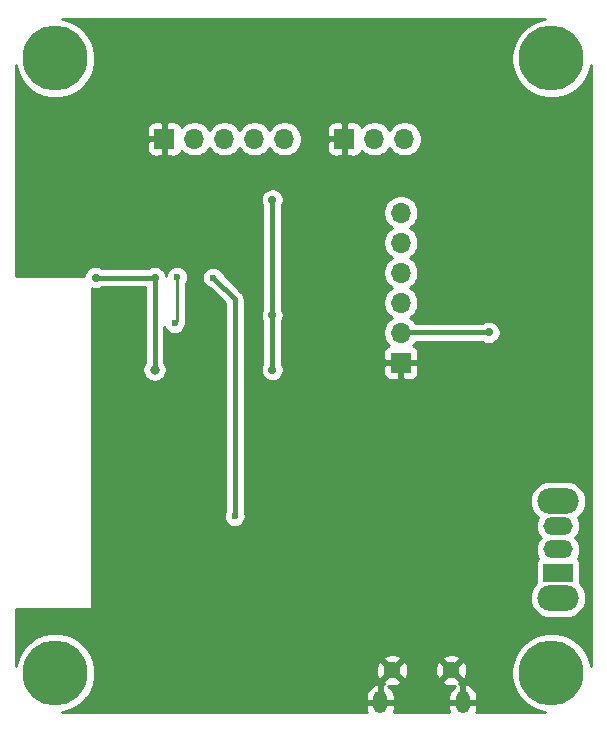
<source format=gbr>
%TF.GenerationSoftware,KiCad,Pcbnew,(5.1.10-1-10_14)*%
%TF.CreationDate,2021-06-24T14:46:10+02:00*%
%TF.ProjectId,RespiratorIF,52657370-6972-4617-946f-7249462e6b69,0.7*%
%TF.SameCoordinates,Original*%
%TF.FileFunction,Copper,L2,Bot*%
%TF.FilePolarity,Positive*%
%FSLAX46Y46*%
G04 Gerber Fmt 4.6, Leading zero omitted, Abs format (unit mm)*
G04 Created by KiCad (PCBNEW (5.1.10-1-10_14)) date 2021-06-24 14:46:10*
%MOMM*%
%LPD*%
G01*
G04 APERTURE LIST*
%TA.AperFunction,ComponentPad*%
%ADD10C,5.500000*%
%TD*%
%TA.AperFunction,ComponentPad*%
%ADD11C,1.450000*%
%TD*%
%TA.AperFunction,ComponentPad*%
%ADD12O,1.200000X1.900000*%
%TD*%
%TA.AperFunction,ComponentPad*%
%ADD13R,1.700000X1.700000*%
%TD*%
%TA.AperFunction,ComponentPad*%
%ADD14O,1.700000X1.700000*%
%TD*%
%TA.AperFunction,ComponentPad*%
%ADD15R,2.500000X1.500000*%
%TD*%
%TA.AperFunction,ComponentPad*%
%ADD16O,2.500000X1.500000*%
%TD*%
%TA.AperFunction,ComponentPad*%
%ADD17O,3.500000X2.200000*%
%TD*%
%TA.AperFunction,ViaPad*%
%ADD18C,0.700000*%
%TD*%
%TA.AperFunction,ViaPad*%
%ADD19C,0.600000*%
%TD*%
%TA.AperFunction,ViaPad*%
%ADD20C,0.800000*%
%TD*%
%TA.AperFunction,Conductor*%
%ADD21C,0.400000*%
%TD*%
%TA.AperFunction,Conductor*%
%ADD22C,0.250000*%
%TD*%
%TA.AperFunction,Conductor*%
%ADD23C,0.254000*%
%TD*%
%TA.AperFunction,Conductor*%
%ADD24C,0.100000*%
%TD*%
G04 APERTURE END LIST*
D10*
%TO.P,H1,1*%
%TO.N,N/C*%
X128050000Y-118150000D03*
%TD*%
%TO.P,H2,1*%
%TO.N,N/C*%
X170050000Y-118150000D03*
%TD*%
%TO.P,H3,1*%
%TO.N,N/C*%
X170050000Y-66150000D03*
%TD*%
%TO.P,H4,1*%
%TO.N,N/C*%
X128050000Y-66150000D03*
%TD*%
D11*
%TO.P,J1,6*%
%TO.N,GND*%
X156550000Y-117950000D03*
X161550000Y-117950000D03*
D12*
X155550000Y-120650000D03*
X162550000Y-120650000D03*
%TD*%
D13*
%TO.P,J2,1*%
%TO.N,GND*%
X152523400Y-72964400D03*
D14*
%TO.P,J2,2*%
%TO.N,+5V*%
X155063400Y-72964400D03*
%TO.P,J2,3*%
%TO.N,/Servo*%
X157603400Y-72964400D03*
%TD*%
D13*
%TO.P,J3,1*%
%TO.N,GND*%
X137283400Y-72964400D03*
D14*
%TO.P,J3,2*%
%TO.N,+5V*%
X139823400Y-72964400D03*
%TO.P,J3,3*%
%TO.N,/I2C_Clock_high*%
X142363400Y-72964400D03*
%TO.P,J3,4*%
%TO.N,/I2C_Data_high*%
X144903400Y-72964400D03*
%TO.P,J3,5*%
%TO.N,/Sensor_Heater_GND*%
X147443400Y-72964400D03*
%TD*%
D13*
%TO.P,J4,1*%
%TO.N,GND*%
X157300000Y-91906000D03*
D14*
%TO.P,J4,2*%
%TO.N,+3V3*%
X157300000Y-89366000D03*
%TO.P,J4,3*%
%TO.N,/TX*%
X157300000Y-86826000D03*
%TO.P,J4,4*%
%TO.N,/RX*%
X157300000Y-84286000D03*
%TO.P,J4,5*%
%TO.N,/DTR*%
X157300000Y-81746000D03*
%TO.P,J4,6*%
%TO.N,/RTS*%
X157300000Y-79206000D03*
%TD*%
D15*
%TO.P,SW1,1*%
%TO.N,N/C*%
X170598800Y-109722800D03*
D16*
%TO.P,SW1,2*%
%TO.N,Net-(J1-Pad1)*%
X170598800Y-107722800D03*
%TO.P,SW1,3*%
%TO.N,+5V*%
X170598800Y-105722800D03*
D17*
%TO.P,SW1,*%
%TO.N,*%
X170598800Y-111822800D03*
X170598800Y-103622800D03*
%TD*%
D18*
%TO.N,GND*%
X138223200Y-100604200D03*
X140382200Y-100604200D03*
X140382200Y-98572200D03*
X138223200Y-98572200D03*
X139213800Y-99588200D03*
X139264600Y-101671000D03*
X139239200Y-97657800D03*
X141322000Y-99613600D03*
X137308800Y-99588200D03*
X137334200Y-101645600D03*
X141322000Y-101671000D03*
X141322000Y-97683200D03*
X137283400Y-97657800D03*
X131800000Y-104747400D03*
X147394200Y-104365000D03*
X131822400Y-92501600D03*
X134485500Y-110742700D03*
D19*
X143400000Y-84759400D03*
X144014400Y-77845800D03*
D18*
X170650000Y-81131400D03*
D19*
X170659000Y-96133800D03*
X160022400Y-100026000D03*
D18*
X149961900Y-112817700D03*
D19*
X137766000Y-119374800D03*
X139936800Y-119259600D03*
X146605200Y-119374800D03*
X170649920Y-88192680D03*
X170664600Y-73192000D03*
D18*
X167026800Y-103703000D03*
%TO.N,+3V3*%
X146400000Y-78123200D03*
X131450000Y-84695200D03*
X136450000Y-84699000D03*
X146402000Y-92501600D03*
D20*
X136445200Y-92501600D03*
D18*
X146400000Y-87876800D03*
X164750000Y-89342800D03*
D19*
%TO.N,/I2C_Data_low*%
X138150000Y-88567600D03*
X138350000Y-84653200D03*
%TO.N,/Sensor_Heater*%
X141400000Y-84702000D03*
X143230000Y-104899800D03*
%TD*%
D21*
%TO.N,+3V3*%
X136446200Y-84695200D02*
X136450000Y-84699000D01*
X131450000Y-84695200D02*
X136446200Y-84695200D01*
X136445200Y-84703800D02*
X136450000Y-84699000D01*
X136445200Y-92196800D02*
X136445200Y-84703800D01*
X146400000Y-78123200D02*
X146400000Y-87876800D01*
X157323200Y-89342800D02*
X157300000Y-89366000D01*
X164750000Y-89342800D02*
X157323200Y-89342800D01*
X146402000Y-87878800D02*
X146400000Y-87876800D01*
X146402000Y-92501600D02*
X146402000Y-87878800D01*
D22*
%TO.N,/I2C_Data_low*%
X138350000Y-88367600D02*
X138150000Y-88567600D01*
X138350000Y-84653200D02*
X138350000Y-88367600D01*
D21*
%TO.N,/Sensor_Heater*%
X143230000Y-86532000D02*
X143230000Y-104899800D01*
X141400000Y-84702000D02*
X143230000Y-86532000D01*
%TD*%
D23*
%TO.N,GND*%
X169062632Y-62895083D02*
X168446601Y-63150252D01*
X167892188Y-63520698D01*
X167420698Y-63992188D01*
X167050252Y-64546601D01*
X166795083Y-65162632D01*
X166665000Y-65816607D01*
X166665000Y-66483393D01*
X166795083Y-67137368D01*
X167050252Y-67753399D01*
X167420698Y-68307812D01*
X167892188Y-68779302D01*
X168446601Y-69149748D01*
X169062632Y-69404917D01*
X169716607Y-69535000D01*
X170383393Y-69535000D01*
X171037368Y-69404917D01*
X171653399Y-69149748D01*
X172207812Y-68779302D01*
X172679302Y-68307812D01*
X173049748Y-67753399D01*
X173304917Y-67137368D01*
X173390001Y-66709620D01*
X173390000Y-117590375D01*
X173304917Y-117162632D01*
X173049748Y-116546601D01*
X172679302Y-115992188D01*
X172207812Y-115520698D01*
X171653399Y-115150252D01*
X171037368Y-114895083D01*
X170383393Y-114765000D01*
X169716607Y-114765000D01*
X169062632Y-114895083D01*
X168446601Y-115150252D01*
X167892188Y-115520698D01*
X167420698Y-115992188D01*
X167050252Y-116546601D01*
X166795083Y-117162632D01*
X166665000Y-117816607D01*
X166665000Y-118483393D01*
X166795083Y-119137368D01*
X167050252Y-119753399D01*
X167420698Y-120307812D01*
X167892188Y-120779302D01*
X168446601Y-121149748D01*
X169062632Y-121404917D01*
X169490375Y-121490000D01*
X163684293Y-121490000D01*
X163736493Y-121365496D01*
X163785000Y-121127000D01*
X163785000Y-120777000D01*
X162677000Y-120777000D01*
X162677000Y-120797000D01*
X162423000Y-120797000D01*
X162423000Y-120777000D01*
X161315000Y-120777000D01*
X161315000Y-121127000D01*
X161363507Y-121365496D01*
X161415707Y-121490000D01*
X156684293Y-121490000D01*
X156736493Y-121365496D01*
X156785000Y-121127000D01*
X156785000Y-120777000D01*
X155677000Y-120777000D01*
X155677000Y-120797000D01*
X155423000Y-120797000D01*
X155423000Y-120777000D01*
X154315000Y-120777000D01*
X154315000Y-121127000D01*
X154363507Y-121365496D01*
X154415707Y-121490000D01*
X128609625Y-121490000D01*
X129037368Y-121404917D01*
X129653399Y-121149748D01*
X130207812Y-120779302D01*
X130679302Y-120307812D01*
X130769380Y-120173000D01*
X154315000Y-120173000D01*
X154315000Y-120523000D01*
X155423000Y-120523000D01*
X155423000Y-119231269D01*
X155677000Y-119231269D01*
X155677000Y-120523000D01*
X156785000Y-120523000D01*
X156785000Y-120173000D01*
X156736493Y-119934504D01*
X156642390Y-119710054D01*
X156506307Y-119508275D01*
X156333474Y-119336922D01*
X156238164Y-119273829D01*
X156355849Y-119302719D01*
X156623482Y-119314604D01*
X156888291Y-119274048D01*
X157140100Y-119182609D01*
X157247035Y-119125450D01*
X157309528Y-118889133D01*
X160790472Y-118889133D01*
X160852965Y-119125450D01*
X161095678Y-119238850D01*
X161355849Y-119302719D01*
X161623482Y-119314604D01*
X161853442Y-119279385D01*
X161766526Y-119336922D01*
X161593693Y-119508275D01*
X161457610Y-119710054D01*
X161363507Y-119934504D01*
X161315000Y-120173000D01*
X161315000Y-120523000D01*
X162423000Y-120523000D01*
X162423000Y-119231269D01*
X162677000Y-119231269D01*
X162677000Y-120523000D01*
X163785000Y-120523000D01*
X163785000Y-120173000D01*
X163736493Y-119934504D01*
X163642390Y-119710054D01*
X163506307Y-119508275D01*
X163333474Y-119336922D01*
X163130533Y-119202579D01*
X162905282Y-119110409D01*
X162867609Y-119106538D01*
X162677000Y-119231269D01*
X162423000Y-119231269D01*
X162249138Y-119117497D01*
X162309528Y-118889133D01*
X161550000Y-118129605D01*
X160790472Y-118889133D01*
X157309528Y-118889133D01*
X156550000Y-118129605D01*
X155790472Y-118889133D01*
X155850862Y-119117497D01*
X155677000Y-119231269D01*
X155423000Y-119231269D01*
X155232391Y-119106538D01*
X155194718Y-119110409D01*
X154969467Y-119202579D01*
X154766526Y-119336922D01*
X154593693Y-119508275D01*
X154457610Y-119710054D01*
X154363507Y-119934504D01*
X154315000Y-120173000D01*
X130769380Y-120173000D01*
X131049748Y-119753399D01*
X131304917Y-119137368D01*
X131435000Y-118483393D01*
X131435000Y-118023482D01*
X155185396Y-118023482D01*
X155225952Y-118288291D01*
X155317391Y-118540100D01*
X155374550Y-118647035D01*
X155610867Y-118709528D01*
X156370395Y-117950000D01*
X156729605Y-117950000D01*
X157489133Y-118709528D01*
X157725450Y-118647035D01*
X157838850Y-118404322D01*
X157902719Y-118144151D01*
X157908077Y-118023482D01*
X160185396Y-118023482D01*
X160225952Y-118288291D01*
X160317391Y-118540100D01*
X160374550Y-118647035D01*
X160610867Y-118709528D01*
X161370395Y-117950000D01*
X161729605Y-117950000D01*
X162489133Y-118709528D01*
X162725450Y-118647035D01*
X162838850Y-118404322D01*
X162902719Y-118144151D01*
X162914604Y-117876518D01*
X162874048Y-117611709D01*
X162782609Y-117359900D01*
X162725450Y-117252965D01*
X162489133Y-117190472D01*
X161729605Y-117950000D01*
X161370395Y-117950000D01*
X160610867Y-117190472D01*
X160374550Y-117252965D01*
X160261150Y-117495678D01*
X160197281Y-117755849D01*
X160185396Y-118023482D01*
X157908077Y-118023482D01*
X157914604Y-117876518D01*
X157874048Y-117611709D01*
X157782609Y-117359900D01*
X157725450Y-117252965D01*
X157489133Y-117190472D01*
X156729605Y-117950000D01*
X156370395Y-117950000D01*
X155610867Y-117190472D01*
X155374550Y-117252965D01*
X155261150Y-117495678D01*
X155197281Y-117755849D01*
X155185396Y-118023482D01*
X131435000Y-118023482D01*
X131435000Y-117816607D01*
X131304917Y-117162632D01*
X131242054Y-117010867D01*
X155790472Y-117010867D01*
X156550000Y-117770395D01*
X157309528Y-117010867D01*
X160790472Y-117010867D01*
X161550000Y-117770395D01*
X162309528Y-117010867D01*
X162247035Y-116774550D01*
X162004322Y-116661150D01*
X161744151Y-116597281D01*
X161476518Y-116585396D01*
X161211709Y-116625952D01*
X160959900Y-116717391D01*
X160852965Y-116774550D01*
X160790472Y-117010867D01*
X157309528Y-117010867D01*
X157247035Y-116774550D01*
X157004322Y-116661150D01*
X156744151Y-116597281D01*
X156476518Y-116585396D01*
X156211709Y-116625952D01*
X155959900Y-116717391D01*
X155852965Y-116774550D01*
X155790472Y-117010867D01*
X131242054Y-117010867D01*
X131049748Y-116546601D01*
X130679302Y-115992188D01*
X130207812Y-115520698D01*
X129653399Y-115150252D01*
X129037368Y-114895083D01*
X128383393Y-114765000D01*
X127716607Y-114765000D01*
X127062632Y-114895083D01*
X126446601Y-115150252D01*
X125892188Y-115520698D01*
X125420698Y-115992188D01*
X125050252Y-116546601D01*
X124795083Y-117162632D01*
X124710000Y-117590375D01*
X124710000Y-112782536D01*
X131009325Y-112796200D01*
X131034489Y-112793737D01*
X131058307Y-112786489D01*
X131080253Y-112774733D01*
X131099484Y-112758921D01*
X131115261Y-112739662D01*
X131126977Y-112717694D01*
X131134182Y-112693864D01*
X131136600Y-112669085D01*
X131112078Y-85621385D01*
X131162686Y-85642347D01*
X131352986Y-85680200D01*
X131547014Y-85680200D01*
X131737314Y-85642347D01*
X131916572Y-85568096D01*
X131973287Y-85530200D01*
X135610201Y-85530200D01*
X135610200Y-91888315D01*
X135527995Y-92011344D01*
X135449974Y-92199702D01*
X135410200Y-92399661D01*
X135410200Y-92603539D01*
X135449974Y-92803498D01*
X135527995Y-92991856D01*
X135641263Y-93161374D01*
X135785426Y-93305537D01*
X135954944Y-93418805D01*
X136143302Y-93496826D01*
X136343261Y-93536600D01*
X136547139Y-93536600D01*
X136747098Y-93496826D01*
X136935456Y-93418805D01*
X137104974Y-93305537D01*
X137249137Y-93161374D01*
X137362405Y-92991856D01*
X137440426Y-92803498D01*
X137480200Y-92603539D01*
X137480200Y-92399661D01*
X137440426Y-92199702D01*
X137362405Y-92011344D01*
X137280200Y-91888315D01*
X137280200Y-88910989D01*
X137321414Y-89010489D01*
X137423738Y-89163628D01*
X137553972Y-89293862D01*
X137707111Y-89396186D01*
X137877271Y-89466668D01*
X138057911Y-89502600D01*
X138242089Y-89502600D01*
X138422729Y-89466668D01*
X138592889Y-89396186D01*
X138746028Y-89293862D01*
X138876262Y-89163628D01*
X138978586Y-89010489D01*
X139049068Y-88840329D01*
X139085000Y-88659689D01*
X139085000Y-88562749D01*
X139099003Y-88516586D01*
X139110000Y-88404933D01*
X139110000Y-88404925D01*
X139113676Y-88367600D01*
X139110000Y-88330275D01*
X139110000Y-85198735D01*
X139178586Y-85096089D01*
X139249068Y-84925929D01*
X139285000Y-84745289D01*
X139285000Y-84609911D01*
X140465000Y-84609911D01*
X140465000Y-84794089D01*
X140500932Y-84974729D01*
X140571414Y-85144889D01*
X140673738Y-85298028D01*
X140803972Y-85428262D01*
X140957111Y-85530586D01*
X141111787Y-85594654D01*
X142395000Y-86877869D01*
X142395001Y-104472394D01*
X142330932Y-104627071D01*
X142295000Y-104807711D01*
X142295000Y-104991889D01*
X142330932Y-105172529D01*
X142401414Y-105342689D01*
X142503738Y-105495828D01*
X142633972Y-105626062D01*
X142787111Y-105728386D01*
X142957271Y-105798868D01*
X143137911Y-105834800D01*
X143322089Y-105834800D01*
X143502729Y-105798868D01*
X143672889Y-105728386D01*
X143826028Y-105626062D01*
X143956262Y-105495828D01*
X144058586Y-105342689D01*
X144129068Y-105172529D01*
X144165000Y-104991889D01*
X144165000Y-104807711D01*
X144129068Y-104627071D01*
X144065000Y-104472396D01*
X144065000Y-103622800D01*
X168205406Y-103622800D01*
X168238905Y-103962919D01*
X168338114Y-104289968D01*
X168499221Y-104591378D01*
X168716034Y-104855566D01*
X168907794Y-105012939D01*
X168813036Y-105190219D01*
X168733840Y-105451293D01*
X168707099Y-105722800D01*
X168733840Y-105994307D01*
X168813036Y-106255381D01*
X168941643Y-106495988D01*
X169114719Y-106706881D01*
X169134116Y-106722800D01*
X169114719Y-106738719D01*
X168941643Y-106949612D01*
X168813036Y-107190219D01*
X168733840Y-107451293D01*
X168707099Y-107722800D01*
X168733840Y-107994307D01*
X168813036Y-108255381D01*
X168937740Y-108488686D01*
X168897615Y-108521615D01*
X168818263Y-108618306D01*
X168759298Y-108728620D01*
X168722988Y-108848318D01*
X168710728Y-108972800D01*
X168710728Y-110472800D01*
X168721808Y-110585296D01*
X168716034Y-110590034D01*
X168499221Y-110854222D01*
X168338114Y-111155632D01*
X168238905Y-111482681D01*
X168205406Y-111822800D01*
X168238905Y-112162919D01*
X168338114Y-112489968D01*
X168499221Y-112791378D01*
X168716034Y-113055566D01*
X168980222Y-113272379D01*
X169281632Y-113433486D01*
X169608681Y-113532695D01*
X169863575Y-113557800D01*
X171334025Y-113557800D01*
X171588919Y-113532695D01*
X171915968Y-113433486D01*
X172217378Y-113272379D01*
X172481566Y-113055566D01*
X172698379Y-112791378D01*
X172859486Y-112489968D01*
X172958695Y-112162919D01*
X172992194Y-111822800D01*
X172958695Y-111482681D01*
X172859486Y-111155632D01*
X172698379Y-110854222D01*
X172481566Y-110590034D01*
X172475792Y-110585296D01*
X172486872Y-110472800D01*
X172486872Y-108972800D01*
X172474612Y-108848318D01*
X172438302Y-108728620D01*
X172379337Y-108618306D01*
X172299985Y-108521615D01*
X172259860Y-108488686D01*
X172384564Y-108255381D01*
X172463760Y-107994307D01*
X172490501Y-107722800D01*
X172463760Y-107451293D01*
X172384564Y-107190219D01*
X172255957Y-106949612D01*
X172082881Y-106738719D01*
X172063484Y-106722800D01*
X172082881Y-106706881D01*
X172255957Y-106495988D01*
X172384564Y-106255381D01*
X172463760Y-105994307D01*
X172490501Y-105722800D01*
X172463760Y-105451293D01*
X172384564Y-105190219D01*
X172289806Y-105012939D01*
X172481566Y-104855566D01*
X172698379Y-104591378D01*
X172859486Y-104289968D01*
X172958695Y-103962919D01*
X172992194Y-103622800D01*
X172958695Y-103282681D01*
X172859486Y-102955632D01*
X172698379Y-102654222D01*
X172481566Y-102390034D01*
X172217378Y-102173221D01*
X171915968Y-102012114D01*
X171588919Y-101912905D01*
X171334025Y-101887800D01*
X169863575Y-101887800D01*
X169608681Y-101912905D01*
X169281632Y-102012114D01*
X168980222Y-102173221D01*
X168716034Y-102390034D01*
X168499221Y-102654222D01*
X168338114Y-102955632D01*
X168238905Y-103282681D01*
X168205406Y-103622800D01*
X144065000Y-103622800D01*
X144065000Y-86573018D01*
X144069040Y-86532000D01*
X144052918Y-86368311D01*
X144005172Y-86210913D01*
X143927636Y-86065854D01*
X143849439Y-85970570D01*
X143849437Y-85970568D01*
X143823291Y-85938709D01*
X143791433Y-85912564D01*
X142292654Y-84413787D01*
X142228586Y-84259111D01*
X142126262Y-84105972D01*
X141996028Y-83975738D01*
X141842889Y-83873414D01*
X141672729Y-83802932D01*
X141492089Y-83767000D01*
X141307911Y-83767000D01*
X141127271Y-83802932D01*
X140957111Y-83873414D01*
X140803972Y-83975738D01*
X140673738Y-84105972D01*
X140571414Y-84259111D01*
X140500932Y-84429271D01*
X140465000Y-84609911D01*
X139285000Y-84609911D01*
X139285000Y-84561111D01*
X139249068Y-84380471D01*
X139178586Y-84210311D01*
X139076262Y-84057172D01*
X138946028Y-83926938D01*
X138792889Y-83824614D01*
X138622729Y-83754132D01*
X138442089Y-83718200D01*
X138257911Y-83718200D01*
X138077271Y-83754132D01*
X137907111Y-83824614D01*
X137753972Y-83926938D01*
X137623738Y-84057172D01*
X137521414Y-84210311D01*
X137450932Y-84380471D01*
X137420935Y-84531275D01*
X137397147Y-84411686D01*
X137322896Y-84232428D01*
X137215099Y-84071099D01*
X137077901Y-83933901D01*
X136916572Y-83826104D01*
X136737314Y-83751853D01*
X136547014Y-83714000D01*
X136352986Y-83714000D01*
X136162686Y-83751853D01*
X135983428Y-83826104D01*
X135932400Y-83860200D01*
X131973287Y-83860200D01*
X131916572Y-83822304D01*
X131737314Y-83748053D01*
X131547014Y-83710200D01*
X131352986Y-83710200D01*
X131162686Y-83748053D01*
X130983428Y-83822304D01*
X130822099Y-83930101D01*
X130684901Y-84067299D01*
X130577104Y-84228628D01*
X130502853Y-84407886D01*
X130479359Y-84526000D01*
X124710000Y-84526000D01*
X124710000Y-78026186D01*
X145415000Y-78026186D01*
X145415000Y-78220214D01*
X145452853Y-78410514D01*
X145527104Y-78589772D01*
X145565000Y-78646487D01*
X145565001Y-87353511D01*
X145527104Y-87410228D01*
X145452853Y-87589486D01*
X145415000Y-87779786D01*
X145415000Y-87973814D01*
X145452853Y-88164114D01*
X145527104Y-88343372D01*
X145567001Y-88403082D01*
X145567000Y-91978313D01*
X145529104Y-92035028D01*
X145454853Y-92214286D01*
X145417000Y-92404586D01*
X145417000Y-92598614D01*
X145454853Y-92788914D01*
X145529104Y-92968172D01*
X145636901Y-93129501D01*
X145774099Y-93266699D01*
X145935428Y-93374496D01*
X146114686Y-93448747D01*
X146304986Y-93486600D01*
X146499014Y-93486600D01*
X146689314Y-93448747D01*
X146868572Y-93374496D01*
X147029901Y-93266699D01*
X147167099Y-93129501D01*
X147274896Y-92968172D01*
X147349147Y-92788914D01*
X147355693Y-92756000D01*
X155811928Y-92756000D01*
X155824188Y-92880482D01*
X155860498Y-93000180D01*
X155919463Y-93110494D01*
X155998815Y-93207185D01*
X156095506Y-93286537D01*
X156205820Y-93345502D01*
X156325518Y-93381812D01*
X156450000Y-93394072D01*
X157014250Y-93391000D01*
X157173000Y-93232250D01*
X157173000Y-92033000D01*
X157427000Y-92033000D01*
X157427000Y-93232250D01*
X157585750Y-93391000D01*
X158150000Y-93394072D01*
X158274482Y-93381812D01*
X158394180Y-93345502D01*
X158504494Y-93286537D01*
X158601185Y-93207185D01*
X158680537Y-93110494D01*
X158739502Y-93000180D01*
X158775812Y-92880482D01*
X158788072Y-92756000D01*
X158785000Y-92191750D01*
X158626250Y-92033000D01*
X157427000Y-92033000D01*
X157173000Y-92033000D01*
X155973750Y-92033000D01*
X155815000Y-92191750D01*
X155811928Y-92756000D01*
X147355693Y-92756000D01*
X147387000Y-92598614D01*
X147387000Y-92404586D01*
X147349147Y-92214286D01*
X147274896Y-92035028D01*
X147237000Y-91978313D01*
X147237000Y-91056000D01*
X155811928Y-91056000D01*
X155815000Y-91620250D01*
X155973750Y-91779000D01*
X157173000Y-91779000D01*
X157173000Y-91759000D01*
X157427000Y-91759000D01*
X157427000Y-91779000D01*
X158626250Y-91779000D01*
X158785000Y-91620250D01*
X158788072Y-91056000D01*
X158775812Y-90931518D01*
X158739502Y-90811820D01*
X158680537Y-90701506D01*
X158601185Y-90604815D01*
X158504494Y-90525463D01*
X158394180Y-90466498D01*
X158321620Y-90444487D01*
X158453475Y-90312632D01*
X158543567Y-90177800D01*
X164226713Y-90177800D01*
X164283428Y-90215696D01*
X164462686Y-90289947D01*
X164652986Y-90327800D01*
X164847014Y-90327800D01*
X165037314Y-90289947D01*
X165216572Y-90215696D01*
X165377901Y-90107899D01*
X165515099Y-89970701D01*
X165622896Y-89809372D01*
X165697147Y-89630114D01*
X165735000Y-89439814D01*
X165735000Y-89245786D01*
X165697147Y-89055486D01*
X165622896Y-88876228D01*
X165515099Y-88714899D01*
X165377901Y-88577701D01*
X165216572Y-88469904D01*
X165037314Y-88395653D01*
X164847014Y-88357800D01*
X164652986Y-88357800D01*
X164462686Y-88395653D01*
X164283428Y-88469904D01*
X164226713Y-88507800D01*
X158512563Y-88507800D01*
X158453475Y-88419368D01*
X158246632Y-88212525D01*
X158072240Y-88096000D01*
X158246632Y-87979475D01*
X158453475Y-87772632D01*
X158615990Y-87529411D01*
X158727932Y-87259158D01*
X158785000Y-86972260D01*
X158785000Y-86679740D01*
X158727932Y-86392842D01*
X158615990Y-86122589D01*
X158453475Y-85879368D01*
X158246632Y-85672525D01*
X158072240Y-85556000D01*
X158246632Y-85439475D01*
X158453475Y-85232632D01*
X158615990Y-84989411D01*
X158727932Y-84719158D01*
X158785000Y-84432260D01*
X158785000Y-84139740D01*
X158727932Y-83852842D01*
X158615990Y-83582589D01*
X158453475Y-83339368D01*
X158246632Y-83132525D01*
X158072240Y-83016000D01*
X158246632Y-82899475D01*
X158453475Y-82692632D01*
X158615990Y-82449411D01*
X158727932Y-82179158D01*
X158785000Y-81892260D01*
X158785000Y-81599740D01*
X158727932Y-81312842D01*
X158615990Y-81042589D01*
X158453475Y-80799368D01*
X158246632Y-80592525D01*
X158072240Y-80476000D01*
X158246632Y-80359475D01*
X158453475Y-80152632D01*
X158615990Y-79909411D01*
X158727932Y-79639158D01*
X158785000Y-79352260D01*
X158785000Y-79059740D01*
X158727932Y-78772842D01*
X158615990Y-78502589D01*
X158453475Y-78259368D01*
X158246632Y-78052525D01*
X158003411Y-77890010D01*
X157733158Y-77778068D01*
X157446260Y-77721000D01*
X157153740Y-77721000D01*
X156866842Y-77778068D01*
X156596589Y-77890010D01*
X156353368Y-78052525D01*
X156146525Y-78259368D01*
X155984010Y-78502589D01*
X155872068Y-78772842D01*
X155815000Y-79059740D01*
X155815000Y-79352260D01*
X155872068Y-79639158D01*
X155984010Y-79909411D01*
X156146525Y-80152632D01*
X156353368Y-80359475D01*
X156527760Y-80476000D01*
X156353368Y-80592525D01*
X156146525Y-80799368D01*
X155984010Y-81042589D01*
X155872068Y-81312842D01*
X155815000Y-81599740D01*
X155815000Y-81892260D01*
X155872068Y-82179158D01*
X155984010Y-82449411D01*
X156146525Y-82692632D01*
X156353368Y-82899475D01*
X156527760Y-83016000D01*
X156353368Y-83132525D01*
X156146525Y-83339368D01*
X155984010Y-83582589D01*
X155872068Y-83852842D01*
X155815000Y-84139740D01*
X155815000Y-84432260D01*
X155872068Y-84719158D01*
X155984010Y-84989411D01*
X156146525Y-85232632D01*
X156353368Y-85439475D01*
X156527760Y-85556000D01*
X156353368Y-85672525D01*
X156146525Y-85879368D01*
X155984010Y-86122589D01*
X155872068Y-86392842D01*
X155815000Y-86679740D01*
X155815000Y-86972260D01*
X155872068Y-87259158D01*
X155984010Y-87529411D01*
X156146525Y-87772632D01*
X156353368Y-87979475D01*
X156527760Y-88096000D01*
X156353368Y-88212525D01*
X156146525Y-88419368D01*
X155984010Y-88662589D01*
X155872068Y-88932842D01*
X155815000Y-89219740D01*
X155815000Y-89512260D01*
X155872068Y-89799158D01*
X155984010Y-90069411D01*
X156146525Y-90312632D01*
X156278380Y-90444487D01*
X156205820Y-90466498D01*
X156095506Y-90525463D01*
X155998815Y-90604815D01*
X155919463Y-90701506D01*
X155860498Y-90811820D01*
X155824188Y-90931518D01*
X155811928Y-91056000D01*
X147237000Y-91056000D01*
X147237000Y-88397094D01*
X147272896Y-88343372D01*
X147347147Y-88164114D01*
X147385000Y-87973814D01*
X147385000Y-87779786D01*
X147347147Y-87589486D01*
X147272896Y-87410228D01*
X147235000Y-87353513D01*
X147235000Y-78646487D01*
X147272896Y-78589772D01*
X147347147Y-78410514D01*
X147385000Y-78220214D01*
X147385000Y-78026186D01*
X147347147Y-77835886D01*
X147272896Y-77656628D01*
X147165099Y-77495299D01*
X147027901Y-77358101D01*
X146866572Y-77250304D01*
X146687314Y-77176053D01*
X146497014Y-77138200D01*
X146302986Y-77138200D01*
X146112686Y-77176053D01*
X145933428Y-77250304D01*
X145772099Y-77358101D01*
X145634901Y-77495299D01*
X145527104Y-77656628D01*
X145452853Y-77835886D01*
X145415000Y-78026186D01*
X124710000Y-78026186D01*
X124710000Y-73814400D01*
X135795328Y-73814400D01*
X135807588Y-73938882D01*
X135843898Y-74058580D01*
X135902863Y-74168894D01*
X135982215Y-74265585D01*
X136078906Y-74344937D01*
X136189220Y-74403902D01*
X136308918Y-74440212D01*
X136433400Y-74452472D01*
X136997650Y-74449400D01*
X137156400Y-74290650D01*
X137156400Y-73091400D01*
X135957150Y-73091400D01*
X135798400Y-73250150D01*
X135795328Y-73814400D01*
X124710000Y-73814400D01*
X124710000Y-72114400D01*
X135795328Y-72114400D01*
X135798400Y-72678650D01*
X135957150Y-72837400D01*
X137156400Y-72837400D01*
X137156400Y-71638150D01*
X137410400Y-71638150D01*
X137410400Y-72837400D01*
X137430400Y-72837400D01*
X137430400Y-73091400D01*
X137410400Y-73091400D01*
X137410400Y-74290650D01*
X137569150Y-74449400D01*
X138133400Y-74452472D01*
X138257882Y-74440212D01*
X138377580Y-74403902D01*
X138487894Y-74344937D01*
X138584585Y-74265585D01*
X138663937Y-74168894D01*
X138722902Y-74058580D01*
X138744913Y-73986020D01*
X138876768Y-74117875D01*
X139119989Y-74280390D01*
X139390242Y-74392332D01*
X139677140Y-74449400D01*
X139969660Y-74449400D01*
X140256558Y-74392332D01*
X140526811Y-74280390D01*
X140770032Y-74117875D01*
X140976875Y-73911032D01*
X141093400Y-73736640D01*
X141209925Y-73911032D01*
X141416768Y-74117875D01*
X141659989Y-74280390D01*
X141930242Y-74392332D01*
X142217140Y-74449400D01*
X142509660Y-74449400D01*
X142796558Y-74392332D01*
X143066811Y-74280390D01*
X143310032Y-74117875D01*
X143516875Y-73911032D01*
X143633400Y-73736640D01*
X143749925Y-73911032D01*
X143956768Y-74117875D01*
X144199989Y-74280390D01*
X144470242Y-74392332D01*
X144757140Y-74449400D01*
X145049660Y-74449400D01*
X145336558Y-74392332D01*
X145606811Y-74280390D01*
X145850032Y-74117875D01*
X146056875Y-73911032D01*
X146173400Y-73736640D01*
X146289925Y-73911032D01*
X146496768Y-74117875D01*
X146739989Y-74280390D01*
X147010242Y-74392332D01*
X147297140Y-74449400D01*
X147589660Y-74449400D01*
X147876558Y-74392332D01*
X148146811Y-74280390D01*
X148390032Y-74117875D01*
X148596875Y-73911032D01*
X148661442Y-73814400D01*
X151035328Y-73814400D01*
X151047588Y-73938882D01*
X151083898Y-74058580D01*
X151142863Y-74168894D01*
X151222215Y-74265585D01*
X151318906Y-74344937D01*
X151429220Y-74403902D01*
X151548918Y-74440212D01*
X151673400Y-74452472D01*
X152237650Y-74449400D01*
X152396400Y-74290650D01*
X152396400Y-73091400D01*
X151197150Y-73091400D01*
X151038400Y-73250150D01*
X151035328Y-73814400D01*
X148661442Y-73814400D01*
X148759390Y-73667811D01*
X148871332Y-73397558D01*
X148928400Y-73110660D01*
X148928400Y-72818140D01*
X148871332Y-72531242D01*
X148759390Y-72260989D01*
X148661443Y-72114400D01*
X151035328Y-72114400D01*
X151038400Y-72678650D01*
X151197150Y-72837400D01*
X152396400Y-72837400D01*
X152396400Y-71638150D01*
X152650400Y-71638150D01*
X152650400Y-72837400D01*
X152670400Y-72837400D01*
X152670400Y-73091400D01*
X152650400Y-73091400D01*
X152650400Y-74290650D01*
X152809150Y-74449400D01*
X153373400Y-74452472D01*
X153497882Y-74440212D01*
X153617580Y-74403902D01*
X153727894Y-74344937D01*
X153824585Y-74265585D01*
X153903937Y-74168894D01*
X153962902Y-74058580D01*
X153984913Y-73986020D01*
X154116768Y-74117875D01*
X154359989Y-74280390D01*
X154630242Y-74392332D01*
X154917140Y-74449400D01*
X155209660Y-74449400D01*
X155496558Y-74392332D01*
X155766811Y-74280390D01*
X156010032Y-74117875D01*
X156216875Y-73911032D01*
X156333400Y-73736640D01*
X156449925Y-73911032D01*
X156656768Y-74117875D01*
X156899989Y-74280390D01*
X157170242Y-74392332D01*
X157457140Y-74449400D01*
X157749660Y-74449400D01*
X158036558Y-74392332D01*
X158306811Y-74280390D01*
X158550032Y-74117875D01*
X158756875Y-73911032D01*
X158919390Y-73667811D01*
X159031332Y-73397558D01*
X159088400Y-73110660D01*
X159088400Y-72818140D01*
X159031332Y-72531242D01*
X158919390Y-72260989D01*
X158756875Y-72017768D01*
X158550032Y-71810925D01*
X158306811Y-71648410D01*
X158036558Y-71536468D01*
X157749660Y-71479400D01*
X157457140Y-71479400D01*
X157170242Y-71536468D01*
X156899989Y-71648410D01*
X156656768Y-71810925D01*
X156449925Y-72017768D01*
X156333400Y-72192160D01*
X156216875Y-72017768D01*
X156010032Y-71810925D01*
X155766811Y-71648410D01*
X155496558Y-71536468D01*
X155209660Y-71479400D01*
X154917140Y-71479400D01*
X154630242Y-71536468D01*
X154359989Y-71648410D01*
X154116768Y-71810925D01*
X153984913Y-71942780D01*
X153962902Y-71870220D01*
X153903937Y-71759906D01*
X153824585Y-71663215D01*
X153727894Y-71583863D01*
X153617580Y-71524898D01*
X153497882Y-71488588D01*
X153373400Y-71476328D01*
X152809150Y-71479400D01*
X152650400Y-71638150D01*
X152396400Y-71638150D01*
X152237650Y-71479400D01*
X151673400Y-71476328D01*
X151548918Y-71488588D01*
X151429220Y-71524898D01*
X151318906Y-71583863D01*
X151222215Y-71663215D01*
X151142863Y-71759906D01*
X151083898Y-71870220D01*
X151047588Y-71989918D01*
X151035328Y-72114400D01*
X148661443Y-72114400D01*
X148596875Y-72017768D01*
X148390032Y-71810925D01*
X148146811Y-71648410D01*
X147876558Y-71536468D01*
X147589660Y-71479400D01*
X147297140Y-71479400D01*
X147010242Y-71536468D01*
X146739989Y-71648410D01*
X146496768Y-71810925D01*
X146289925Y-72017768D01*
X146173400Y-72192160D01*
X146056875Y-72017768D01*
X145850032Y-71810925D01*
X145606811Y-71648410D01*
X145336558Y-71536468D01*
X145049660Y-71479400D01*
X144757140Y-71479400D01*
X144470242Y-71536468D01*
X144199989Y-71648410D01*
X143956768Y-71810925D01*
X143749925Y-72017768D01*
X143633400Y-72192160D01*
X143516875Y-72017768D01*
X143310032Y-71810925D01*
X143066811Y-71648410D01*
X142796558Y-71536468D01*
X142509660Y-71479400D01*
X142217140Y-71479400D01*
X141930242Y-71536468D01*
X141659989Y-71648410D01*
X141416768Y-71810925D01*
X141209925Y-72017768D01*
X141093400Y-72192160D01*
X140976875Y-72017768D01*
X140770032Y-71810925D01*
X140526811Y-71648410D01*
X140256558Y-71536468D01*
X139969660Y-71479400D01*
X139677140Y-71479400D01*
X139390242Y-71536468D01*
X139119989Y-71648410D01*
X138876768Y-71810925D01*
X138744913Y-71942780D01*
X138722902Y-71870220D01*
X138663937Y-71759906D01*
X138584585Y-71663215D01*
X138487894Y-71583863D01*
X138377580Y-71524898D01*
X138257882Y-71488588D01*
X138133400Y-71476328D01*
X137569150Y-71479400D01*
X137410400Y-71638150D01*
X137156400Y-71638150D01*
X136997650Y-71479400D01*
X136433400Y-71476328D01*
X136308918Y-71488588D01*
X136189220Y-71524898D01*
X136078906Y-71583863D01*
X135982215Y-71663215D01*
X135902863Y-71759906D01*
X135843898Y-71870220D01*
X135807588Y-71989918D01*
X135795328Y-72114400D01*
X124710000Y-72114400D01*
X124710000Y-66709625D01*
X124795083Y-67137368D01*
X125050252Y-67753399D01*
X125420698Y-68307812D01*
X125892188Y-68779302D01*
X126446601Y-69149748D01*
X127062632Y-69404917D01*
X127716607Y-69535000D01*
X128383393Y-69535000D01*
X129037368Y-69404917D01*
X129653399Y-69149748D01*
X130207812Y-68779302D01*
X130679302Y-68307812D01*
X131049748Y-67753399D01*
X131304917Y-67137368D01*
X131435000Y-66483393D01*
X131435000Y-65816607D01*
X131304917Y-65162632D01*
X131049748Y-64546601D01*
X130679302Y-63992188D01*
X130207812Y-63520698D01*
X129653399Y-63150252D01*
X129037368Y-62895083D01*
X128609625Y-62810000D01*
X169490375Y-62810000D01*
X169062632Y-62895083D01*
%TA.AperFunction,Conductor*%
D24*
G36*
X169062632Y-62895083D02*
G01*
X168446601Y-63150252D01*
X167892188Y-63520698D01*
X167420698Y-63992188D01*
X167050252Y-64546601D01*
X166795083Y-65162632D01*
X166665000Y-65816607D01*
X166665000Y-66483393D01*
X166795083Y-67137368D01*
X167050252Y-67753399D01*
X167420698Y-68307812D01*
X167892188Y-68779302D01*
X168446601Y-69149748D01*
X169062632Y-69404917D01*
X169716607Y-69535000D01*
X170383393Y-69535000D01*
X171037368Y-69404917D01*
X171653399Y-69149748D01*
X172207812Y-68779302D01*
X172679302Y-68307812D01*
X173049748Y-67753399D01*
X173304917Y-67137368D01*
X173390001Y-66709620D01*
X173390000Y-117590375D01*
X173304917Y-117162632D01*
X173049748Y-116546601D01*
X172679302Y-115992188D01*
X172207812Y-115520698D01*
X171653399Y-115150252D01*
X171037368Y-114895083D01*
X170383393Y-114765000D01*
X169716607Y-114765000D01*
X169062632Y-114895083D01*
X168446601Y-115150252D01*
X167892188Y-115520698D01*
X167420698Y-115992188D01*
X167050252Y-116546601D01*
X166795083Y-117162632D01*
X166665000Y-117816607D01*
X166665000Y-118483393D01*
X166795083Y-119137368D01*
X167050252Y-119753399D01*
X167420698Y-120307812D01*
X167892188Y-120779302D01*
X168446601Y-121149748D01*
X169062632Y-121404917D01*
X169490375Y-121490000D01*
X163684293Y-121490000D01*
X163736493Y-121365496D01*
X163785000Y-121127000D01*
X163785000Y-120777000D01*
X162677000Y-120777000D01*
X162677000Y-120797000D01*
X162423000Y-120797000D01*
X162423000Y-120777000D01*
X161315000Y-120777000D01*
X161315000Y-121127000D01*
X161363507Y-121365496D01*
X161415707Y-121490000D01*
X156684293Y-121490000D01*
X156736493Y-121365496D01*
X156785000Y-121127000D01*
X156785000Y-120777000D01*
X155677000Y-120777000D01*
X155677000Y-120797000D01*
X155423000Y-120797000D01*
X155423000Y-120777000D01*
X154315000Y-120777000D01*
X154315000Y-121127000D01*
X154363507Y-121365496D01*
X154415707Y-121490000D01*
X128609625Y-121490000D01*
X129037368Y-121404917D01*
X129653399Y-121149748D01*
X130207812Y-120779302D01*
X130679302Y-120307812D01*
X130769380Y-120173000D01*
X154315000Y-120173000D01*
X154315000Y-120523000D01*
X155423000Y-120523000D01*
X155423000Y-119231269D01*
X155677000Y-119231269D01*
X155677000Y-120523000D01*
X156785000Y-120523000D01*
X156785000Y-120173000D01*
X156736493Y-119934504D01*
X156642390Y-119710054D01*
X156506307Y-119508275D01*
X156333474Y-119336922D01*
X156238164Y-119273829D01*
X156355849Y-119302719D01*
X156623482Y-119314604D01*
X156888291Y-119274048D01*
X157140100Y-119182609D01*
X157247035Y-119125450D01*
X157309528Y-118889133D01*
X160790472Y-118889133D01*
X160852965Y-119125450D01*
X161095678Y-119238850D01*
X161355849Y-119302719D01*
X161623482Y-119314604D01*
X161853442Y-119279385D01*
X161766526Y-119336922D01*
X161593693Y-119508275D01*
X161457610Y-119710054D01*
X161363507Y-119934504D01*
X161315000Y-120173000D01*
X161315000Y-120523000D01*
X162423000Y-120523000D01*
X162423000Y-119231269D01*
X162677000Y-119231269D01*
X162677000Y-120523000D01*
X163785000Y-120523000D01*
X163785000Y-120173000D01*
X163736493Y-119934504D01*
X163642390Y-119710054D01*
X163506307Y-119508275D01*
X163333474Y-119336922D01*
X163130533Y-119202579D01*
X162905282Y-119110409D01*
X162867609Y-119106538D01*
X162677000Y-119231269D01*
X162423000Y-119231269D01*
X162249138Y-119117497D01*
X162309528Y-118889133D01*
X161550000Y-118129605D01*
X160790472Y-118889133D01*
X157309528Y-118889133D01*
X156550000Y-118129605D01*
X155790472Y-118889133D01*
X155850862Y-119117497D01*
X155677000Y-119231269D01*
X155423000Y-119231269D01*
X155232391Y-119106538D01*
X155194718Y-119110409D01*
X154969467Y-119202579D01*
X154766526Y-119336922D01*
X154593693Y-119508275D01*
X154457610Y-119710054D01*
X154363507Y-119934504D01*
X154315000Y-120173000D01*
X130769380Y-120173000D01*
X131049748Y-119753399D01*
X131304917Y-119137368D01*
X131435000Y-118483393D01*
X131435000Y-118023482D01*
X155185396Y-118023482D01*
X155225952Y-118288291D01*
X155317391Y-118540100D01*
X155374550Y-118647035D01*
X155610867Y-118709528D01*
X156370395Y-117950000D01*
X156729605Y-117950000D01*
X157489133Y-118709528D01*
X157725450Y-118647035D01*
X157838850Y-118404322D01*
X157902719Y-118144151D01*
X157908077Y-118023482D01*
X160185396Y-118023482D01*
X160225952Y-118288291D01*
X160317391Y-118540100D01*
X160374550Y-118647035D01*
X160610867Y-118709528D01*
X161370395Y-117950000D01*
X161729605Y-117950000D01*
X162489133Y-118709528D01*
X162725450Y-118647035D01*
X162838850Y-118404322D01*
X162902719Y-118144151D01*
X162914604Y-117876518D01*
X162874048Y-117611709D01*
X162782609Y-117359900D01*
X162725450Y-117252965D01*
X162489133Y-117190472D01*
X161729605Y-117950000D01*
X161370395Y-117950000D01*
X160610867Y-117190472D01*
X160374550Y-117252965D01*
X160261150Y-117495678D01*
X160197281Y-117755849D01*
X160185396Y-118023482D01*
X157908077Y-118023482D01*
X157914604Y-117876518D01*
X157874048Y-117611709D01*
X157782609Y-117359900D01*
X157725450Y-117252965D01*
X157489133Y-117190472D01*
X156729605Y-117950000D01*
X156370395Y-117950000D01*
X155610867Y-117190472D01*
X155374550Y-117252965D01*
X155261150Y-117495678D01*
X155197281Y-117755849D01*
X155185396Y-118023482D01*
X131435000Y-118023482D01*
X131435000Y-117816607D01*
X131304917Y-117162632D01*
X131242054Y-117010867D01*
X155790472Y-117010867D01*
X156550000Y-117770395D01*
X157309528Y-117010867D01*
X160790472Y-117010867D01*
X161550000Y-117770395D01*
X162309528Y-117010867D01*
X162247035Y-116774550D01*
X162004322Y-116661150D01*
X161744151Y-116597281D01*
X161476518Y-116585396D01*
X161211709Y-116625952D01*
X160959900Y-116717391D01*
X160852965Y-116774550D01*
X160790472Y-117010867D01*
X157309528Y-117010867D01*
X157247035Y-116774550D01*
X157004322Y-116661150D01*
X156744151Y-116597281D01*
X156476518Y-116585396D01*
X156211709Y-116625952D01*
X155959900Y-116717391D01*
X155852965Y-116774550D01*
X155790472Y-117010867D01*
X131242054Y-117010867D01*
X131049748Y-116546601D01*
X130679302Y-115992188D01*
X130207812Y-115520698D01*
X129653399Y-115150252D01*
X129037368Y-114895083D01*
X128383393Y-114765000D01*
X127716607Y-114765000D01*
X127062632Y-114895083D01*
X126446601Y-115150252D01*
X125892188Y-115520698D01*
X125420698Y-115992188D01*
X125050252Y-116546601D01*
X124795083Y-117162632D01*
X124710000Y-117590375D01*
X124710000Y-112782536D01*
X131009325Y-112796200D01*
X131034489Y-112793737D01*
X131058307Y-112786489D01*
X131080253Y-112774733D01*
X131099484Y-112758921D01*
X131115261Y-112739662D01*
X131126977Y-112717694D01*
X131134182Y-112693864D01*
X131136600Y-112669085D01*
X131112078Y-85621385D01*
X131162686Y-85642347D01*
X131352986Y-85680200D01*
X131547014Y-85680200D01*
X131737314Y-85642347D01*
X131916572Y-85568096D01*
X131973287Y-85530200D01*
X135610201Y-85530200D01*
X135610200Y-91888315D01*
X135527995Y-92011344D01*
X135449974Y-92199702D01*
X135410200Y-92399661D01*
X135410200Y-92603539D01*
X135449974Y-92803498D01*
X135527995Y-92991856D01*
X135641263Y-93161374D01*
X135785426Y-93305537D01*
X135954944Y-93418805D01*
X136143302Y-93496826D01*
X136343261Y-93536600D01*
X136547139Y-93536600D01*
X136747098Y-93496826D01*
X136935456Y-93418805D01*
X137104974Y-93305537D01*
X137249137Y-93161374D01*
X137362405Y-92991856D01*
X137440426Y-92803498D01*
X137480200Y-92603539D01*
X137480200Y-92399661D01*
X137440426Y-92199702D01*
X137362405Y-92011344D01*
X137280200Y-91888315D01*
X137280200Y-88910989D01*
X137321414Y-89010489D01*
X137423738Y-89163628D01*
X137553972Y-89293862D01*
X137707111Y-89396186D01*
X137877271Y-89466668D01*
X138057911Y-89502600D01*
X138242089Y-89502600D01*
X138422729Y-89466668D01*
X138592889Y-89396186D01*
X138746028Y-89293862D01*
X138876262Y-89163628D01*
X138978586Y-89010489D01*
X139049068Y-88840329D01*
X139085000Y-88659689D01*
X139085000Y-88562749D01*
X139099003Y-88516586D01*
X139110000Y-88404933D01*
X139110000Y-88404925D01*
X139113676Y-88367600D01*
X139110000Y-88330275D01*
X139110000Y-85198735D01*
X139178586Y-85096089D01*
X139249068Y-84925929D01*
X139285000Y-84745289D01*
X139285000Y-84609911D01*
X140465000Y-84609911D01*
X140465000Y-84794089D01*
X140500932Y-84974729D01*
X140571414Y-85144889D01*
X140673738Y-85298028D01*
X140803972Y-85428262D01*
X140957111Y-85530586D01*
X141111787Y-85594654D01*
X142395000Y-86877869D01*
X142395001Y-104472394D01*
X142330932Y-104627071D01*
X142295000Y-104807711D01*
X142295000Y-104991889D01*
X142330932Y-105172529D01*
X142401414Y-105342689D01*
X142503738Y-105495828D01*
X142633972Y-105626062D01*
X142787111Y-105728386D01*
X142957271Y-105798868D01*
X143137911Y-105834800D01*
X143322089Y-105834800D01*
X143502729Y-105798868D01*
X143672889Y-105728386D01*
X143826028Y-105626062D01*
X143956262Y-105495828D01*
X144058586Y-105342689D01*
X144129068Y-105172529D01*
X144165000Y-104991889D01*
X144165000Y-104807711D01*
X144129068Y-104627071D01*
X144065000Y-104472396D01*
X144065000Y-103622800D01*
X168205406Y-103622800D01*
X168238905Y-103962919D01*
X168338114Y-104289968D01*
X168499221Y-104591378D01*
X168716034Y-104855566D01*
X168907794Y-105012939D01*
X168813036Y-105190219D01*
X168733840Y-105451293D01*
X168707099Y-105722800D01*
X168733840Y-105994307D01*
X168813036Y-106255381D01*
X168941643Y-106495988D01*
X169114719Y-106706881D01*
X169134116Y-106722800D01*
X169114719Y-106738719D01*
X168941643Y-106949612D01*
X168813036Y-107190219D01*
X168733840Y-107451293D01*
X168707099Y-107722800D01*
X168733840Y-107994307D01*
X168813036Y-108255381D01*
X168937740Y-108488686D01*
X168897615Y-108521615D01*
X168818263Y-108618306D01*
X168759298Y-108728620D01*
X168722988Y-108848318D01*
X168710728Y-108972800D01*
X168710728Y-110472800D01*
X168721808Y-110585296D01*
X168716034Y-110590034D01*
X168499221Y-110854222D01*
X168338114Y-111155632D01*
X168238905Y-111482681D01*
X168205406Y-111822800D01*
X168238905Y-112162919D01*
X168338114Y-112489968D01*
X168499221Y-112791378D01*
X168716034Y-113055566D01*
X168980222Y-113272379D01*
X169281632Y-113433486D01*
X169608681Y-113532695D01*
X169863575Y-113557800D01*
X171334025Y-113557800D01*
X171588919Y-113532695D01*
X171915968Y-113433486D01*
X172217378Y-113272379D01*
X172481566Y-113055566D01*
X172698379Y-112791378D01*
X172859486Y-112489968D01*
X172958695Y-112162919D01*
X172992194Y-111822800D01*
X172958695Y-111482681D01*
X172859486Y-111155632D01*
X172698379Y-110854222D01*
X172481566Y-110590034D01*
X172475792Y-110585296D01*
X172486872Y-110472800D01*
X172486872Y-108972800D01*
X172474612Y-108848318D01*
X172438302Y-108728620D01*
X172379337Y-108618306D01*
X172299985Y-108521615D01*
X172259860Y-108488686D01*
X172384564Y-108255381D01*
X172463760Y-107994307D01*
X172490501Y-107722800D01*
X172463760Y-107451293D01*
X172384564Y-107190219D01*
X172255957Y-106949612D01*
X172082881Y-106738719D01*
X172063484Y-106722800D01*
X172082881Y-106706881D01*
X172255957Y-106495988D01*
X172384564Y-106255381D01*
X172463760Y-105994307D01*
X172490501Y-105722800D01*
X172463760Y-105451293D01*
X172384564Y-105190219D01*
X172289806Y-105012939D01*
X172481566Y-104855566D01*
X172698379Y-104591378D01*
X172859486Y-104289968D01*
X172958695Y-103962919D01*
X172992194Y-103622800D01*
X172958695Y-103282681D01*
X172859486Y-102955632D01*
X172698379Y-102654222D01*
X172481566Y-102390034D01*
X172217378Y-102173221D01*
X171915968Y-102012114D01*
X171588919Y-101912905D01*
X171334025Y-101887800D01*
X169863575Y-101887800D01*
X169608681Y-101912905D01*
X169281632Y-102012114D01*
X168980222Y-102173221D01*
X168716034Y-102390034D01*
X168499221Y-102654222D01*
X168338114Y-102955632D01*
X168238905Y-103282681D01*
X168205406Y-103622800D01*
X144065000Y-103622800D01*
X144065000Y-86573018D01*
X144069040Y-86532000D01*
X144052918Y-86368311D01*
X144005172Y-86210913D01*
X143927636Y-86065854D01*
X143849439Y-85970570D01*
X143849437Y-85970568D01*
X143823291Y-85938709D01*
X143791433Y-85912564D01*
X142292654Y-84413787D01*
X142228586Y-84259111D01*
X142126262Y-84105972D01*
X141996028Y-83975738D01*
X141842889Y-83873414D01*
X141672729Y-83802932D01*
X141492089Y-83767000D01*
X141307911Y-83767000D01*
X141127271Y-83802932D01*
X140957111Y-83873414D01*
X140803972Y-83975738D01*
X140673738Y-84105972D01*
X140571414Y-84259111D01*
X140500932Y-84429271D01*
X140465000Y-84609911D01*
X139285000Y-84609911D01*
X139285000Y-84561111D01*
X139249068Y-84380471D01*
X139178586Y-84210311D01*
X139076262Y-84057172D01*
X138946028Y-83926938D01*
X138792889Y-83824614D01*
X138622729Y-83754132D01*
X138442089Y-83718200D01*
X138257911Y-83718200D01*
X138077271Y-83754132D01*
X137907111Y-83824614D01*
X137753972Y-83926938D01*
X137623738Y-84057172D01*
X137521414Y-84210311D01*
X137450932Y-84380471D01*
X137420935Y-84531275D01*
X137397147Y-84411686D01*
X137322896Y-84232428D01*
X137215099Y-84071099D01*
X137077901Y-83933901D01*
X136916572Y-83826104D01*
X136737314Y-83751853D01*
X136547014Y-83714000D01*
X136352986Y-83714000D01*
X136162686Y-83751853D01*
X135983428Y-83826104D01*
X135932400Y-83860200D01*
X131973287Y-83860200D01*
X131916572Y-83822304D01*
X131737314Y-83748053D01*
X131547014Y-83710200D01*
X131352986Y-83710200D01*
X131162686Y-83748053D01*
X130983428Y-83822304D01*
X130822099Y-83930101D01*
X130684901Y-84067299D01*
X130577104Y-84228628D01*
X130502853Y-84407886D01*
X130479359Y-84526000D01*
X124710000Y-84526000D01*
X124710000Y-78026186D01*
X145415000Y-78026186D01*
X145415000Y-78220214D01*
X145452853Y-78410514D01*
X145527104Y-78589772D01*
X145565000Y-78646487D01*
X145565001Y-87353511D01*
X145527104Y-87410228D01*
X145452853Y-87589486D01*
X145415000Y-87779786D01*
X145415000Y-87973814D01*
X145452853Y-88164114D01*
X145527104Y-88343372D01*
X145567001Y-88403082D01*
X145567000Y-91978313D01*
X145529104Y-92035028D01*
X145454853Y-92214286D01*
X145417000Y-92404586D01*
X145417000Y-92598614D01*
X145454853Y-92788914D01*
X145529104Y-92968172D01*
X145636901Y-93129501D01*
X145774099Y-93266699D01*
X145935428Y-93374496D01*
X146114686Y-93448747D01*
X146304986Y-93486600D01*
X146499014Y-93486600D01*
X146689314Y-93448747D01*
X146868572Y-93374496D01*
X147029901Y-93266699D01*
X147167099Y-93129501D01*
X147274896Y-92968172D01*
X147349147Y-92788914D01*
X147355693Y-92756000D01*
X155811928Y-92756000D01*
X155824188Y-92880482D01*
X155860498Y-93000180D01*
X155919463Y-93110494D01*
X155998815Y-93207185D01*
X156095506Y-93286537D01*
X156205820Y-93345502D01*
X156325518Y-93381812D01*
X156450000Y-93394072D01*
X157014250Y-93391000D01*
X157173000Y-93232250D01*
X157173000Y-92033000D01*
X157427000Y-92033000D01*
X157427000Y-93232250D01*
X157585750Y-93391000D01*
X158150000Y-93394072D01*
X158274482Y-93381812D01*
X158394180Y-93345502D01*
X158504494Y-93286537D01*
X158601185Y-93207185D01*
X158680537Y-93110494D01*
X158739502Y-93000180D01*
X158775812Y-92880482D01*
X158788072Y-92756000D01*
X158785000Y-92191750D01*
X158626250Y-92033000D01*
X157427000Y-92033000D01*
X157173000Y-92033000D01*
X155973750Y-92033000D01*
X155815000Y-92191750D01*
X155811928Y-92756000D01*
X147355693Y-92756000D01*
X147387000Y-92598614D01*
X147387000Y-92404586D01*
X147349147Y-92214286D01*
X147274896Y-92035028D01*
X147237000Y-91978313D01*
X147237000Y-91056000D01*
X155811928Y-91056000D01*
X155815000Y-91620250D01*
X155973750Y-91779000D01*
X157173000Y-91779000D01*
X157173000Y-91759000D01*
X157427000Y-91759000D01*
X157427000Y-91779000D01*
X158626250Y-91779000D01*
X158785000Y-91620250D01*
X158788072Y-91056000D01*
X158775812Y-90931518D01*
X158739502Y-90811820D01*
X158680537Y-90701506D01*
X158601185Y-90604815D01*
X158504494Y-90525463D01*
X158394180Y-90466498D01*
X158321620Y-90444487D01*
X158453475Y-90312632D01*
X158543567Y-90177800D01*
X164226713Y-90177800D01*
X164283428Y-90215696D01*
X164462686Y-90289947D01*
X164652986Y-90327800D01*
X164847014Y-90327800D01*
X165037314Y-90289947D01*
X165216572Y-90215696D01*
X165377901Y-90107899D01*
X165515099Y-89970701D01*
X165622896Y-89809372D01*
X165697147Y-89630114D01*
X165735000Y-89439814D01*
X165735000Y-89245786D01*
X165697147Y-89055486D01*
X165622896Y-88876228D01*
X165515099Y-88714899D01*
X165377901Y-88577701D01*
X165216572Y-88469904D01*
X165037314Y-88395653D01*
X164847014Y-88357800D01*
X164652986Y-88357800D01*
X164462686Y-88395653D01*
X164283428Y-88469904D01*
X164226713Y-88507800D01*
X158512563Y-88507800D01*
X158453475Y-88419368D01*
X158246632Y-88212525D01*
X158072240Y-88096000D01*
X158246632Y-87979475D01*
X158453475Y-87772632D01*
X158615990Y-87529411D01*
X158727932Y-87259158D01*
X158785000Y-86972260D01*
X158785000Y-86679740D01*
X158727932Y-86392842D01*
X158615990Y-86122589D01*
X158453475Y-85879368D01*
X158246632Y-85672525D01*
X158072240Y-85556000D01*
X158246632Y-85439475D01*
X158453475Y-85232632D01*
X158615990Y-84989411D01*
X158727932Y-84719158D01*
X158785000Y-84432260D01*
X158785000Y-84139740D01*
X158727932Y-83852842D01*
X158615990Y-83582589D01*
X158453475Y-83339368D01*
X158246632Y-83132525D01*
X158072240Y-83016000D01*
X158246632Y-82899475D01*
X158453475Y-82692632D01*
X158615990Y-82449411D01*
X158727932Y-82179158D01*
X158785000Y-81892260D01*
X158785000Y-81599740D01*
X158727932Y-81312842D01*
X158615990Y-81042589D01*
X158453475Y-80799368D01*
X158246632Y-80592525D01*
X158072240Y-80476000D01*
X158246632Y-80359475D01*
X158453475Y-80152632D01*
X158615990Y-79909411D01*
X158727932Y-79639158D01*
X158785000Y-79352260D01*
X158785000Y-79059740D01*
X158727932Y-78772842D01*
X158615990Y-78502589D01*
X158453475Y-78259368D01*
X158246632Y-78052525D01*
X158003411Y-77890010D01*
X157733158Y-77778068D01*
X157446260Y-77721000D01*
X157153740Y-77721000D01*
X156866842Y-77778068D01*
X156596589Y-77890010D01*
X156353368Y-78052525D01*
X156146525Y-78259368D01*
X155984010Y-78502589D01*
X155872068Y-78772842D01*
X155815000Y-79059740D01*
X155815000Y-79352260D01*
X155872068Y-79639158D01*
X155984010Y-79909411D01*
X156146525Y-80152632D01*
X156353368Y-80359475D01*
X156527760Y-80476000D01*
X156353368Y-80592525D01*
X156146525Y-80799368D01*
X155984010Y-81042589D01*
X155872068Y-81312842D01*
X155815000Y-81599740D01*
X155815000Y-81892260D01*
X155872068Y-82179158D01*
X155984010Y-82449411D01*
X156146525Y-82692632D01*
X156353368Y-82899475D01*
X156527760Y-83016000D01*
X156353368Y-83132525D01*
X156146525Y-83339368D01*
X155984010Y-83582589D01*
X155872068Y-83852842D01*
X155815000Y-84139740D01*
X155815000Y-84432260D01*
X155872068Y-84719158D01*
X155984010Y-84989411D01*
X156146525Y-85232632D01*
X156353368Y-85439475D01*
X156527760Y-85556000D01*
X156353368Y-85672525D01*
X156146525Y-85879368D01*
X155984010Y-86122589D01*
X155872068Y-86392842D01*
X155815000Y-86679740D01*
X155815000Y-86972260D01*
X155872068Y-87259158D01*
X155984010Y-87529411D01*
X156146525Y-87772632D01*
X156353368Y-87979475D01*
X156527760Y-88096000D01*
X156353368Y-88212525D01*
X156146525Y-88419368D01*
X155984010Y-88662589D01*
X155872068Y-88932842D01*
X155815000Y-89219740D01*
X155815000Y-89512260D01*
X155872068Y-89799158D01*
X155984010Y-90069411D01*
X156146525Y-90312632D01*
X156278380Y-90444487D01*
X156205820Y-90466498D01*
X156095506Y-90525463D01*
X155998815Y-90604815D01*
X155919463Y-90701506D01*
X155860498Y-90811820D01*
X155824188Y-90931518D01*
X155811928Y-91056000D01*
X147237000Y-91056000D01*
X147237000Y-88397094D01*
X147272896Y-88343372D01*
X147347147Y-88164114D01*
X147385000Y-87973814D01*
X147385000Y-87779786D01*
X147347147Y-87589486D01*
X147272896Y-87410228D01*
X147235000Y-87353513D01*
X147235000Y-78646487D01*
X147272896Y-78589772D01*
X147347147Y-78410514D01*
X147385000Y-78220214D01*
X147385000Y-78026186D01*
X147347147Y-77835886D01*
X147272896Y-77656628D01*
X147165099Y-77495299D01*
X147027901Y-77358101D01*
X146866572Y-77250304D01*
X146687314Y-77176053D01*
X146497014Y-77138200D01*
X146302986Y-77138200D01*
X146112686Y-77176053D01*
X145933428Y-77250304D01*
X145772099Y-77358101D01*
X145634901Y-77495299D01*
X145527104Y-77656628D01*
X145452853Y-77835886D01*
X145415000Y-78026186D01*
X124710000Y-78026186D01*
X124710000Y-73814400D01*
X135795328Y-73814400D01*
X135807588Y-73938882D01*
X135843898Y-74058580D01*
X135902863Y-74168894D01*
X135982215Y-74265585D01*
X136078906Y-74344937D01*
X136189220Y-74403902D01*
X136308918Y-74440212D01*
X136433400Y-74452472D01*
X136997650Y-74449400D01*
X137156400Y-74290650D01*
X137156400Y-73091400D01*
X135957150Y-73091400D01*
X135798400Y-73250150D01*
X135795328Y-73814400D01*
X124710000Y-73814400D01*
X124710000Y-72114400D01*
X135795328Y-72114400D01*
X135798400Y-72678650D01*
X135957150Y-72837400D01*
X137156400Y-72837400D01*
X137156400Y-71638150D01*
X137410400Y-71638150D01*
X137410400Y-72837400D01*
X137430400Y-72837400D01*
X137430400Y-73091400D01*
X137410400Y-73091400D01*
X137410400Y-74290650D01*
X137569150Y-74449400D01*
X138133400Y-74452472D01*
X138257882Y-74440212D01*
X138377580Y-74403902D01*
X138487894Y-74344937D01*
X138584585Y-74265585D01*
X138663937Y-74168894D01*
X138722902Y-74058580D01*
X138744913Y-73986020D01*
X138876768Y-74117875D01*
X139119989Y-74280390D01*
X139390242Y-74392332D01*
X139677140Y-74449400D01*
X139969660Y-74449400D01*
X140256558Y-74392332D01*
X140526811Y-74280390D01*
X140770032Y-74117875D01*
X140976875Y-73911032D01*
X141093400Y-73736640D01*
X141209925Y-73911032D01*
X141416768Y-74117875D01*
X141659989Y-74280390D01*
X141930242Y-74392332D01*
X142217140Y-74449400D01*
X142509660Y-74449400D01*
X142796558Y-74392332D01*
X143066811Y-74280390D01*
X143310032Y-74117875D01*
X143516875Y-73911032D01*
X143633400Y-73736640D01*
X143749925Y-73911032D01*
X143956768Y-74117875D01*
X144199989Y-74280390D01*
X144470242Y-74392332D01*
X144757140Y-74449400D01*
X145049660Y-74449400D01*
X145336558Y-74392332D01*
X145606811Y-74280390D01*
X145850032Y-74117875D01*
X146056875Y-73911032D01*
X146173400Y-73736640D01*
X146289925Y-73911032D01*
X146496768Y-74117875D01*
X146739989Y-74280390D01*
X147010242Y-74392332D01*
X147297140Y-74449400D01*
X147589660Y-74449400D01*
X147876558Y-74392332D01*
X148146811Y-74280390D01*
X148390032Y-74117875D01*
X148596875Y-73911032D01*
X148661442Y-73814400D01*
X151035328Y-73814400D01*
X151047588Y-73938882D01*
X151083898Y-74058580D01*
X151142863Y-74168894D01*
X151222215Y-74265585D01*
X151318906Y-74344937D01*
X151429220Y-74403902D01*
X151548918Y-74440212D01*
X151673400Y-74452472D01*
X152237650Y-74449400D01*
X152396400Y-74290650D01*
X152396400Y-73091400D01*
X151197150Y-73091400D01*
X151038400Y-73250150D01*
X151035328Y-73814400D01*
X148661442Y-73814400D01*
X148759390Y-73667811D01*
X148871332Y-73397558D01*
X148928400Y-73110660D01*
X148928400Y-72818140D01*
X148871332Y-72531242D01*
X148759390Y-72260989D01*
X148661443Y-72114400D01*
X151035328Y-72114400D01*
X151038400Y-72678650D01*
X151197150Y-72837400D01*
X152396400Y-72837400D01*
X152396400Y-71638150D01*
X152650400Y-71638150D01*
X152650400Y-72837400D01*
X152670400Y-72837400D01*
X152670400Y-73091400D01*
X152650400Y-73091400D01*
X152650400Y-74290650D01*
X152809150Y-74449400D01*
X153373400Y-74452472D01*
X153497882Y-74440212D01*
X153617580Y-74403902D01*
X153727894Y-74344937D01*
X153824585Y-74265585D01*
X153903937Y-74168894D01*
X153962902Y-74058580D01*
X153984913Y-73986020D01*
X154116768Y-74117875D01*
X154359989Y-74280390D01*
X154630242Y-74392332D01*
X154917140Y-74449400D01*
X155209660Y-74449400D01*
X155496558Y-74392332D01*
X155766811Y-74280390D01*
X156010032Y-74117875D01*
X156216875Y-73911032D01*
X156333400Y-73736640D01*
X156449925Y-73911032D01*
X156656768Y-74117875D01*
X156899989Y-74280390D01*
X157170242Y-74392332D01*
X157457140Y-74449400D01*
X157749660Y-74449400D01*
X158036558Y-74392332D01*
X158306811Y-74280390D01*
X158550032Y-74117875D01*
X158756875Y-73911032D01*
X158919390Y-73667811D01*
X159031332Y-73397558D01*
X159088400Y-73110660D01*
X159088400Y-72818140D01*
X159031332Y-72531242D01*
X158919390Y-72260989D01*
X158756875Y-72017768D01*
X158550032Y-71810925D01*
X158306811Y-71648410D01*
X158036558Y-71536468D01*
X157749660Y-71479400D01*
X157457140Y-71479400D01*
X157170242Y-71536468D01*
X156899989Y-71648410D01*
X156656768Y-71810925D01*
X156449925Y-72017768D01*
X156333400Y-72192160D01*
X156216875Y-72017768D01*
X156010032Y-71810925D01*
X155766811Y-71648410D01*
X155496558Y-71536468D01*
X155209660Y-71479400D01*
X154917140Y-71479400D01*
X154630242Y-71536468D01*
X154359989Y-71648410D01*
X154116768Y-71810925D01*
X153984913Y-71942780D01*
X153962902Y-71870220D01*
X153903937Y-71759906D01*
X153824585Y-71663215D01*
X153727894Y-71583863D01*
X153617580Y-71524898D01*
X153497882Y-71488588D01*
X153373400Y-71476328D01*
X152809150Y-71479400D01*
X152650400Y-71638150D01*
X152396400Y-71638150D01*
X152237650Y-71479400D01*
X151673400Y-71476328D01*
X151548918Y-71488588D01*
X151429220Y-71524898D01*
X151318906Y-71583863D01*
X151222215Y-71663215D01*
X151142863Y-71759906D01*
X151083898Y-71870220D01*
X151047588Y-71989918D01*
X151035328Y-72114400D01*
X148661443Y-72114400D01*
X148596875Y-72017768D01*
X148390032Y-71810925D01*
X148146811Y-71648410D01*
X147876558Y-71536468D01*
X147589660Y-71479400D01*
X147297140Y-71479400D01*
X147010242Y-71536468D01*
X146739989Y-71648410D01*
X146496768Y-71810925D01*
X146289925Y-72017768D01*
X146173400Y-72192160D01*
X146056875Y-72017768D01*
X145850032Y-71810925D01*
X145606811Y-71648410D01*
X145336558Y-71536468D01*
X145049660Y-71479400D01*
X144757140Y-71479400D01*
X144470242Y-71536468D01*
X144199989Y-71648410D01*
X143956768Y-71810925D01*
X143749925Y-72017768D01*
X143633400Y-72192160D01*
X143516875Y-72017768D01*
X143310032Y-71810925D01*
X143066811Y-71648410D01*
X142796558Y-71536468D01*
X142509660Y-71479400D01*
X142217140Y-71479400D01*
X141930242Y-71536468D01*
X141659989Y-71648410D01*
X141416768Y-71810925D01*
X141209925Y-72017768D01*
X141093400Y-72192160D01*
X140976875Y-72017768D01*
X140770032Y-71810925D01*
X140526811Y-71648410D01*
X140256558Y-71536468D01*
X139969660Y-71479400D01*
X139677140Y-71479400D01*
X139390242Y-71536468D01*
X139119989Y-71648410D01*
X138876768Y-71810925D01*
X138744913Y-71942780D01*
X138722902Y-71870220D01*
X138663937Y-71759906D01*
X138584585Y-71663215D01*
X138487894Y-71583863D01*
X138377580Y-71524898D01*
X138257882Y-71488588D01*
X138133400Y-71476328D01*
X137569150Y-71479400D01*
X137410400Y-71638150D01*
X137156400Y-71638150D01*
X136997650Y-71479400D01*
X136433400Y-71476328D01*
X136308918Y-71488588D01*
X136189220Y-71524898D01*
X136078906Y-71583863D01*
X135982215Y-71663215D01*
X135902863Y-71759906D01*
X135843898Y-71870220D01*
X135807588Y-71989918D01*
X135795328Y-72114400D01*
X124710000Y-72114400D01*
X124710000Y-66709625D01*
X124795083Y-67137368D01*
X125050252Y-67753399D01*
X125420698Y-68307812D01*
X125892188Y-68779302D01*
X126446601Y-69149748D01*
X127062632Y-69404917D01*
X127716607Y-69535000D01*
X128383393Y-69535000D01*
X129037368Y-69404917D01*
X129653399Y-69149748D01*
X130207812Y-68779302D01*
X130679302Y-68307812D01*
X131049748Y-67753399D01*
X131304917Y-67137368D01*
X131435000Y-66483393D01*
X131435000Y-65816607D01*
X131304917Y-65162632D01*
X131049748Y-64546601D01*
X130679302Y-63992188D01*
X130207812Y-63520698D01*
X129653399Y-63150252D01*
X129037368Y-62895083D01*
X128609625Y-62810000D01*
X169490375Y-62810000D01*
X169062632Y-62895083D01*
G37*
%TD.AperFunction*%
%TD*%
M02*

</source>
